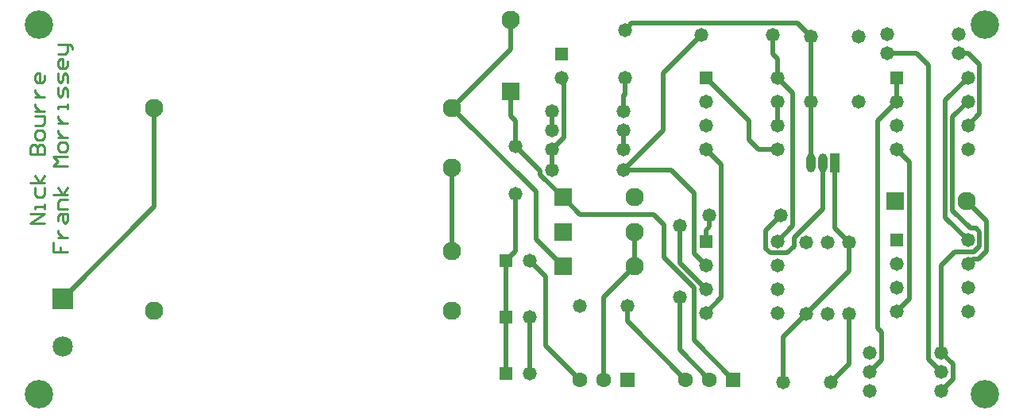
<source format=gtl>
G04 Layer_Physical_Order=1*
G04 Layer_Color=255*
%FSLAX25Y25*%
%MOIN*%
G70*
G01*
G75*
%ADD10C,0.02000*%
%ADD11C,0.01000*%
%ADD12C,0.11900*%
%ADD13C,0.05800*%
%ADD14C,0.07700*%
%ADD15R,0.05800X0.05800*%
%ADD16R,0.05800X0.05800*%
%ADD17R,0.07700X0.07700*%
%ADD18R,0.07700X0.07700*%
%ADD19R,0.08500X0.08500*%
%ADD20C,0.08500*%
%ADD21O,0.03937X0.07874*%
%ADD22R,0.03937X0.07874*%
%ADD23C,0.06299*%
%ADD24R,0.06299X0.06299*%
D10*
X330400Y217400D02*
Y242500D01*
X385100Y132400D02*
X401500Y116000D01*
X385100Y132400D02*
Y154657D01*
X372500Y167257D02*
X385100Y154657D01*
X372500Y167257D02*
Y180800D01*
X368000Y185300D02*
X372500Y180800D01*
X337200Y185300D02*
X368000D01*
X330000Y192500D02*
X337200Y185300D01*
X308012Y254512D02*
Y267000D01*
X283500Y230000D02*
X308012Y254512D01*
X450000Y161500D02*
Y173500D01*
X432000Y143500D02*
X450000Y161500D01*
X422500Y134000D02*
X432000Y143500D01*
X422500Y115000D02*
Y134000D01*
X379000Y165000D02*
X390000Y154000D01*
X379000Y165000D02*
Y180500D01*
X450000Y122500D02*
Y143500D01*
X442500Y115000D02*
X450000Y122500D01*
X379000Y128500D02*
X391500Y116000D01*
X379000Y128500D02*
Y150500D01*
X310000Y170000D02*
Y194000D01*
X306000Y166000D02*
X310000Y170000D01*
X390000Y242500D02*
X408000Y224500D01*
Y216500D02*
Y224500D01*
Y216500D02*
X412000Y212500D01*
X420000D01*
X490650Y183850D02*
X500000Y174500D01*
X490650Y183850D02*
Y233150D01*
X500000Y242500D01*
X390000Y144000D02*
X396400Y150400D01*
Y206100D01*
X390000Y212500D02*
X396400Y206100D01*
X356000Y262500D02*
X358900Y265400D01*
X428600D01*
X434000Y260000D01*
X420000Y174000D02*
X426400Y180400D01*
Y236100D01*
X420000Y242500D02*
X426400Y236100D01*
X439000Y187430D02*
Y207000D01*
X427100Y175530D02*
X439000Y187430D01*
X427100Y172000D02*
Y175530D01*
X424200Y169100D02*
X427100Y172000D01*
X417000Y169100D02*
X424200D01*
X415100Y171000D02*
X417000Y169100D01*
X415100Y171000D02*
Y178600D01*
X421500Y185000D01*
X488800Y127300D02*
Y164000D01*
X494400Y169600D01*
X502500D01*
X504900Y172000D01*
Y178000D01*
X503500Y179400D02*
X504900Y178000D01*
X501200Y179400D02*
X503500D01*
X493650Y186950D02*
X501200Y179400D01*
X493650Y186950D02*
Y226150D01*
X500000Y232500D01*
X310000Y214000D02*
X320600Y203400D01*
Y201900D02*
Y203400D01*
Y201900D02*
X330000Y192500D01*
X385100Y168900D02*
X390000Y164000D01*
X385100Y168900D02*
Y194300D01*
X375400Y204000D02*
X385100Y194300D01*
X355500Y204000D02*
X375400D01*
X357000Y140500D02*
Y147000D01*
Y140500D02*
X381500Y116000D01*
X318700Y174800D02*
X330000Y163500D01*
X318700Y174800D02*
Y194800D01*
X283500Y230000D02*
X318700Y194800D01*
X355500Y204000D02*
X372100Y220600D01*
Y244600D01*
X388000Y260500D01*
X158500Y188500D02*
Y230000D01*
X120000Y150000D02*
X158500Y188500D01*
X322700Y130300D02*
X337000Y116000D01*
X322700Y130300D02*
Y159300D01*
X316000Y166000D02*
X322700Y159300D01*
X347000Y116000D02*
Y150500D01*
X360000Y163500D01*
X444000Y179500D02*
Y207000D01*
Y179500D02*
X450000Y173500D01*
X458800Y119300D02*
X463700Y124200D01*
Y135800D01*
X462100Y137400D02*
X463700Y135800D01*
X462100Y137400D02*
Y224600D01*
X470000Y232500D01*
X483500Y124600D02*
X488800Y119300D01*
X483500Y124600D02*
Y248000D01*
X478500Y253000D02*
X483500Y248000D01*
X466300Y253000D02*
X478500D01*
X329500Y242500D02*
X330400D01*
X325500Y212500D02*
X330400Y217400D01*
X496300Y253000D02*
X500000D01*
X504900Y248100D01*
Y227400D02*
Y248100D01*
X500000Y222500D02*
X504900Y227400D01*
X500000Y164500D02*
X502100Y166600D01*
X504500D01*
X507900Y170000D01*
Y182600D01*
X499500Y191000D02*
X507900Y182600D01*
X470000Y144500D02*
X475400Y149900D01*
Y207100D01*
X470000Y212500D02*
X475400Y207100D01*
X488800Y111300D02*
X493700Y116200D01*
Y122400D01*
X488800Y127300D02*
X493700Y122400D01*
X308012Y226488D02*
Y237000D01*
Y226488D02*
X310000Y224500D01*
Y214000D02*
Y224500D01*
X360000Y163500D02*
Y178000D01*
X316000Y118500D02*
Y142250D01*
X355500Y212500D02*
Y220500D01*
X356000Y235700D02*
Y242500D01*
X355500Y235200D02*
X356000Y235700D01*
X355500Y228500D02*
Y235200D01*
X391500Y180200D02*
Y185000D01*
X390000Y178700D02*
X391500Y180200D01*
X390000Y174000D02*
Y178700D01*
X434000Y232500D02*
Y260000D01*
Y207000D02*
Y232500D01*
X325500Y204000D02*
Y212500D01*
X283500Y170000D02*
Y205000D01*
X306000Y118500D02*
Y142250D01*
Y166000D01*
X470000Y232500D02*
Y242500D01*
X420000Y222500D02*
Y232500D01*
X325500Y220500D02*
Y228500D01*
X418000Y252500D02*
Y260500D01*
Y252500D02*
X420000Y250500D01*
Y242500D02*
Y250500D01*
D11*
X112403Y181493D02*
X106405D01*
X112403Y185492D01*
X106405D01*
X112403Y187491D02*
Y189491D01*
Y188491D01*
X108404D01*
Y187491D01*
Y196488D02*
Y193490D01*
X109404Y192490D01*
X111403D01*
X112403Y193490D01*
Y196488D01*
Y198488D02*
X106405D01*
X110404D02*
X108404Y201487D01*
X110404Y198488D02*
X112403Y201487D01*
X106405Y210484D02*
X112403D01*
Y213483D01*
X111403Y214483D01*
X110404D01*
X109404Y213483D01*
Y210484D01*
Y213483D01*
X108404Y214483D01*
X107405D01*
X106405Y213483D01*
Y210484D01*
X112403Y217482D02*
Y219481D01*
X111403Y220481D01*
X109404D01*
X108404Y219481D01*
Y217482D01*
X109404Y216482D01*
X111403D01*
X112403Y217482D01*
X108404Y222480D02*
X111403D01*
X112403Y223480D01*
Y226479D01*
X108404D01*
Y228478D02*
X112403D01*
X110404D01*
X109404Y229478D01*
X108404Y230477D01*
Y231477D01*
Y234476D02*
X112403D01*
X110404D01*
X109404Y235476D01*
X108404Y236476D01*
Y237475D01*
X112403Y243473D02*
Y241474D01*
X111403Y240474D01*
X109404D01*
X108404Y241474D01*
Y243473D01*
X109404Y244473D01*
X110404D01*
Y240474D01*
X116003Y173496D02*
Y169497D01*
X119002D01*
Y171497D01*
Y169497D01*
X122001D01*
X118002Y175495D02*
X122001D01*
X120001D01*
X119002Y176495D01*
X118002Y177495D01*
Y178494D01*
Y182493D02*
Y184492D01*
X119002Y185492D01*
X122001D01*
Y182493D01*
X121001Y181493D01*
X120001Y182493D01*
Y185492D01*
X122001Y187491D02*
X118002D01*
Y190490D01*
X119002Y191490D01*
X122001D01*
Y193490D02*
X116003D01*
X120001D02*
X118002Y196488D01*
X120001Y193490D02*
X122001Y196488D01*
Y205486D02*
X116003D01*
X118002Y207485D01*
X116003Y209484D01*
X122001D01*
Y212483D02*
Y214483D01*
X121001Y215482D01*
X119002D01*
X118002Y214483D01*
Y212483D01*
X119002Y211484D01*
X121001D01*
X122001Y212483D01*
X118002Y217482D02*
X122001D01*
X120001D01*
X119002Y218481D01*
X118002Y219481D01*
Y220481D01*
Y223480D02*
X122001D01*
X120001D01*
X119002Y224480D01*
X118002Y225479D01*
Y226479D01*
X122001Y229478D02*
Y231477D01*
Y230477D01*
X118002D01*
Y229478D01*
X122001Y234476D02*
Y237475D01*
X121001Y238475D01*
X120001Y237475D01*
Y235476D01*
X119002Y234476D01*
X118002Y235476D01*
Y238475D01*
X122001Y240474D02*
Y243473D01*
X121001Y244473D01*
X120001Y243473D01*
Y241474D01*
X119002Y240474D01*
X118002Y241474D01*
Y244473D01*
X122001Y249471D02*
Y247472D01*
X121001Y246472D01*
X119002D01*
X118002Y247472D01*
Y249471D01*
X119002Y250471D01*
X120001D01*
Y246472D01*
X118002Y252470D02*
X121001D01*
X122001Y253470D01*
Y256469D01*
X123000D01*
X124000Y255469D01*
Y254470D01*
X122001Y256469D02*
X118002D01*
D12*
X507000Y110000D02*
D03*
Y265000D02*
D03*
X110000Y110000D02*
D03*
Y265000D02*
D03*
D13*
X388000Y260500D02*
D03*
X418000D02*
D03*
X466300Y261000D02*
D03*
X496300D02*
D03*
X356000Y262500D02*
D03*
Y242500D02*
D03*
X434000Y260000D02*
D03*
X454000D02*
D03*
X434000Y232500D02*
D03*
X454000D02*
D03*
X442500Y115000D02*
D03*
X422500D02*
D03*
X329500Y242500D02*
D03*
X310000Y194000D02*
D03*
Y214000D02*
D03*
X337000Y147000D02*
D03*
X357000D02*
D03*
X316000Y118500D02*
D03*
Y142250D02*
D03*
Y166000D02*
D03*
X458800Y111300D02*
D03*
X488800D02*
D03*
X355500Y228500D02*
D03*
X325500D02*
D03*
X466300Y253000D02*
D03*
X496300D02*
D03*
X458800Y119300D02*
D03*
X488800D02*
D03*
X355500Y220500D02*
D03*
X325500D02*
D03*
Y212500D02*
D03*
X355500D02*
D03*
X441000Y143500D02*
D03*
Y173500D02*
D03*
X488800Y127300D02*
D03*
X458800D02*
D03*
X379000Y150500D02*
D03*
Y180500D02*
D03*
X325500Y204000D02*
D03*
X355500D02*
D03*
X432000Y143500D02*
D03*
Y173500D02*
D03*
X450000Y143500D02*
D03*
Y173500D02*
D03*
X421500Y185000D02*
D03*
X391500D02*
D03*
X390000Y232500D02*
D03*
Y222500D02*
D03*
Y212500D02*
D03*
X420000Y242500D02*
D03*
Y232500D02*
D03*
Y222500D02*
D03*
Y212500D02*
D03*
X470000Y232500D02*
D03*
Y222500D02*
D03*
Y212500D02*
D03*
X500000Y242500D02*
D03*
Y232500D02*
D03*
Y222500D02*
D03*
Y212500D02*
D03*
X470000Y164500D02*
D03*
Y154500D02*
D03*
Y144500D02*
D03*
X500000Y174500D02*
D03*
Y164500D02*
D03*
Y154500D02*
D03*
Y144500D02*
D03*
X390000Y164000D02*
D03*
Y154000D02*
D03*
Y144000D02*
D03*
X420000Y174000D02*
D03*
Y164000D02*
D03*
Y154000D02*
D03*
Y144000D02*
D03*
D14*
X283500Y230000D02*
D03*
Y205000D02*
D03*
Y170000D02*
D03*
Y145000D02*
D03*
X158500Y230000D02*
D03*
Y145000D02*
D03*
X499500Y191000D02*
D03*
X360000Y178000D02*
D03*
Y192500D02*
D03*
Y163500D02*
D03*
X308012Y267000D02*
D03*
D15*
X329500Y252500D02*
D03*
D16*
X306000Y118500D02*
D03*
Y142250D02*
D03*
Y166000D02*
D03*
X390000Y242500D02*
D03*
X470000D02*
D03*
Y174500D02*
D03*
X390000Y174000D02*
D03*
D17*
X469500Y191000D02*
D03*
X330000Y178000D02*
D03*
Y192500D02*
D03*
Y163500D02*
D03*
D18*
X308012Y237000D02*
D03*
D19*
X120000Y150000D02*
D03*
D20*
Y130000D02*
D03*
D21*
X434000Y207000D02*
D03*
X439000D02*
D03*
D22*
X444000D02*
D03*
D23*
X381500Y116000D02*
D03*
X391500D02*
D03*
X337000D02*
D03*
X347000D02*
D03*
D24*
X401500D02*
D03*
X357000D02*
D03*
M02*

</source>
